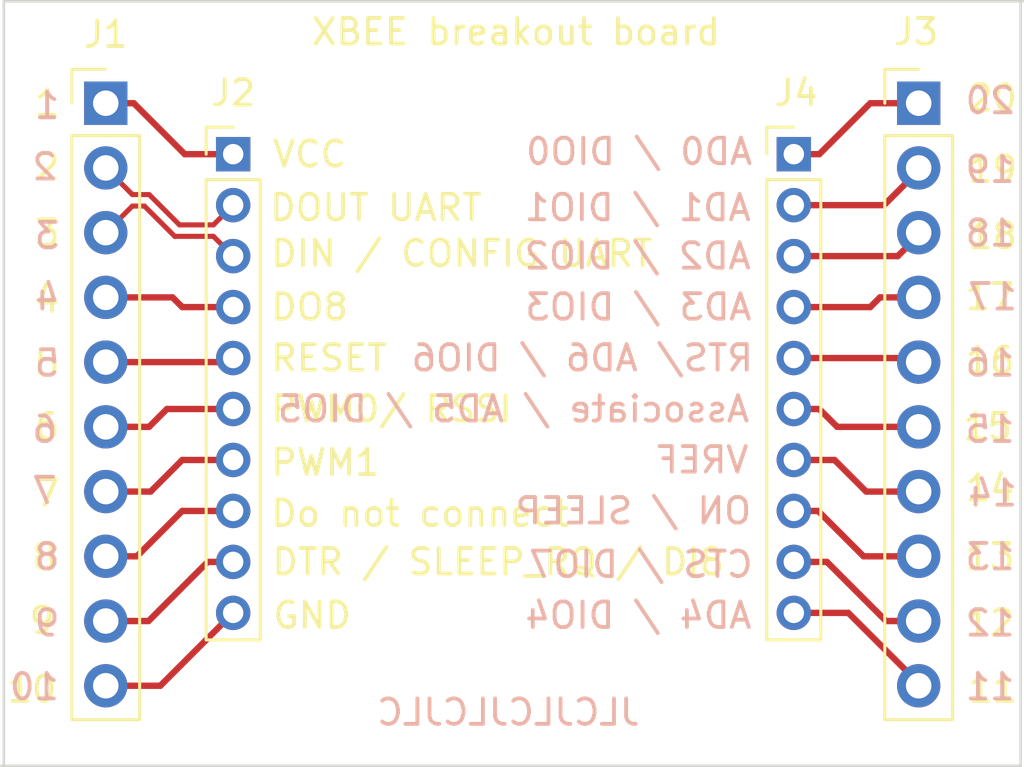
<source format=kicad_pcb>
(kicad_pcb (version 20171130) (host pcbnew "(5.1.0)-1")

  (general
    (thickness 1.6)
    (drawings 66)
    (tracks 58)
    (zones 0)
    (modules 4)
    (nets 21)
  )

  (page A4)
  (layers
    (0 F.Cu signal)
    (31 B.Cu signal)
    (32 B.Adhes user)
    (33 F.Adhes user)
    (34 B.Paste user)
    (35 F.Paste user)
    (36 B.SilkS user)
    (37 F.SilkS user)
    (38 B.Mask user)
    (39 F.Mask user)
    (40 Dwgs.User user)
    (41 Cmts.User user)
    (42 Eco1.User user)
    (43 Eco2.User user)
    (44 Edge.Cuts user)
    (45 Margin user)
    (46 B.CrtYd user)
    (47 F.CrtYd user)
    (48 B.Fab user)
    (49 F.Fab user hide)
  )

  (setup
    (last_trace_width 0.25)
    (trace_clearance 0.2)
    (zone_clearance 0.508)
    (zone_45_only no)
    (trace_min 0.2)
    (via_size 0.8)
    (via_drill 0.4)
    (via_min_size 0.4)
    (via_min_drill 0.3)
    (uvia_size 0.3)
    (uvia_drill 0.1)
    (uvias_allowed no)
    (uvia_min_size 0.2)
    (uvia_min_drill 0.1)
    (edge_width 0.05)
    (segment_width 0.2)
    (pcb_text_width 0.3)
    (pcb_text_size 1.5 1.5)
    (mod_edge_width 0.12)
    (mod_text_size 1 1)
    (mod_text_width 0.15)
    (pad_size 1.524 1.524)
    (pad_drill 0.762)
    (pad_to_mask_clearance 0.051)
    (solder_mask_min_width 0.25)
    (aux_axis_origin 0 0)
    (visible_elements 7FFFFFFF)
    (pcbplotparams
      (layerselection 0x010f0_ffffffff)
      (usegerberextensions false)
      (usegerberattributes false)
      (usegerberadvancedattributes false)
      (creategerberjobfile false)
      (excludeedgelayer true)
      (linewidth 0.100000)
      (plotframeref false)
      (viasonmask false)
      (mode 1)
      (useauxorigin false)
      (hpglpennumber 1)
      (hpglpenspeed 20)
      (hpglpendiameter 15.000000)
      (psnegative false)
      (psa4output false)
      (plotreference true)
      (plotvalue true)
      (plotinvisibletext false)
      (padsonsilk false)
      (subtractmaskfromsilk false)
      (outputformat 1)
      (mirror false)
      (drillshape 0)
      (scaleselection 1)
      (outputdirectory "gerber/"))
  )

  (net 0 "")
  (net 1 "Net-(J1-Pad1)")
  (net 2 "Net-(J1-Pad4)")
  (net 3 "Net-(J1-Pad5)")
  (net 4 "Net-(J1-Pad6)")
  (net 5 "Net-(J1-Pad7)")
  (net 6 "Net-(J1-Pad8)")
  (net 7 "Net-(J1-Pad9)")
  (net 8 "Net-(J1-Pad10)")
  (net 9 "Net-(J3-Pad10)")
  (net 10 "Net-(J3-Pad9)")
  (net 11 "Net-(J3-Pad8)")
  (net 12 "Net-(J3-Pad7)")
  (net 13 "Net-(J3-Pad6)")
  (net 14 "Net-(J3-Pad5)")
  (net 15 "Net-(J3-Pad4)")
  (net 16 "Net-(J3-Pad3)")
  (net 17 "Net-(J3-Pad2)")
  (net 18 "Net-(J3-Pad1)")
  (net 19 /D+)
  (net 20 /D-)

  (net_class Default "Dies ist die voreingestellte Netzklasse."
    (clearance 0.2)
    (trace_width 0.25)
    (via_dia 0.8)
    (via_drill 0.4)
    (uvia_dia 0.3)
    (uvia_drill 0.1)
    (add_net /D+)
    (add_net /D-)
    (add_net "Net-(J1-Pad1)")
    (add_net "Net-(J1-Pad10)")
    (add_net "Net-(J1-Pad4)")
    (add_net "Net-(J1-Pad5)")
    (add_net "Net-(J1-Pad6)")
    (add_net "Net-(J1-Pad7)")
    (add_net "Net-(J1-Pad8)")
    (add_net "Net-(J1-Pad9)")
    (add_net "Net-(J3-Pad1)")
    (add_net "Net-(J3-Pad10)")
    (add_net "Net-(J3-Pad2)")
    (add_net "Net-(J3-Pad3)")
    (add_net "Net-(J3-Pad4)")
    (add_net "Net-(J3-Pad5)")
    (add_net "Net-(J3-Pad6)")
    (add_net "Net-(J3-Pad7)")
    (add_net "Net-(J3-Pad8)")
    (add_net "Net-(J3-Pad9)")
  )

  (module Connector_PinHeader_2.00mm:PinHeader_1x10_P2.00mm_Vertical (layer F.Cu) (tedit 59FED667) (tstamp 5E2A04D6)
    (at 140 61)
    (descr "Through hole straight pin header, 1x10, 2.00mm pitch, single row")
    (tags "Through hole pin header THT 1x10 2.00mm single row")
    (path /5E29C4FE)
    (fp_text reference J4 (at 0.1 -2.4) (layer F.SilkS)
      (effects (font (size 1 1) (thickness 0.15)))
    )
    (fp_text value Conn_01x10_Female (at -2.6 6.7 90) (layer F.Fab)
      (effects (font (size 1 1) (thickness 0.15)))
    )
    (fp_text user %R (at 0 9 90) (layer F.Fab)
      (effects (font (size 1 1) (thickness 0.15)))
    )
    (fp_line (start 1.5 -1.5) (end -1.5 -1.5) (layer F.CrtYd) (width 0.05))
    (fp_line (start 1.5 19.5) (end 1.5 -1.5) (layer F.CrtYd) (width 0.05))
    (fp_line (start -1.5 19.5) (end 1.5 19.5) (layer F.CrtYd) (width 0.05))
    (fp_line (start -1.5 -1.5) (end -1.5 19.5) (layer F.CrtYd) (width 0.05))
    (fp_line (start -1.06 -1.06) (end 0 -1.06) (layer F.SilkS) (width 0.12))
    (fp_line (start -1.06 0) (end -1.06 -1.06) (layer F.SilkS) (width 0.12))
    (fp_line (start -1.06 1) (end 1.06 1) (layer F.SilkS) (width 0.12))
    (fp_line (start 1.06 1) (end 1.06 19.06) (layer F.SilkS) (width 0.12))
    (fp_line (start -1.06 1) (end -1.06 19.06) (layer F.SilkS) (width 0.12))
    (fp_line (start -1.06 19.06) (end 1.06 19.06) (layer F.SilkS) (width 0.12))
    (fp_line (start -1 -0.5) (end -0.5 -1) (layer F.Fab) (width 0.1))
    (fp_line (start -1 19) (end -1 -0.5) (layer F.Fab) (width 0.1))
    (fp_line (start 1 19) (end -1 19) (layer F.Fab) (width 0.1))
    (fp_line (start 1 -1) (end 1 19) (layer F.Fab) (width 0.1))
    (fp_line (start -0.5 -1) (end 1 -1) (layer F.Fab) (width 0.1))
    (pad 10 thru_hole oval (at 0 18) (size 1.35 1.35) (drill 0.8) (layers *.Cu *.Mask)
      (net 9 "Net-(J3-Pad10)"))
    (pad 9 thru_hole oval (at 0 16) (size 1.35 1.35) (drill 0.8) (layers *.Cu *.Mask)
      (net 10 "Net-(J3-Pad9)"))
    (pad 8 thru_hole oval (at 0 14) (size 1.35 1.35) (drill 0.8) (layers *.Cu *.Mask)
      (net 11 "Net-(J3-Pad8)"))
    (pad 7 thru_hole oval (at 0 12) (size 1.35 1.35) (drill 0.8) (layers *.Cu *.Mask)
      (net 12 "Net-(J3-Pad7)"))
    (pad 6 thru_hole oval (at 0 10) (size 1.35 1.35) (drill 0.8) (layers *.Cu *.Mask)
      (net 13 "Net-(J3-Pad6)"))
    (pad 5 thru_hole oval (at 0 8) (size 1.35 1.35) (drill 0.8) (layers *.Cu *.Mask)
      (net 14 "Net-(J3-Pad5)"))
    (pad 4 thru_hole oval (at 0 6) (size 1.35 1.35) (drill 0.8) (layers *.Cu *.Mask)
      (net 15 "Net-(J3-Pad4)"))
    (pad 3 thru_hole oval (at 0 4) (size 1.35 1.35) (drill 0.8) (layers *.Cu *.Mask)
      (net 16 "Net-(J3-Pad3)"))
    (pad 2 thru_hole oval (at 0 2) (size 1.35 1.35) (drill 0.8) (layers *.Cu *.Mask)
      (net 17 "Net-(J3-Pad2)"))
    (pad 1 thru_hole rect (at 0 0) (size 1.35 1.35) (drill 0.8) (layers *.Cu *.Mask)
      (net 18 "Net-(J3-Pad1)"))
    (model ${KISYS3DMOD}/Connector_PinHeader_2.00mm.3dshapes/PinHeader_1x10_P2.00mm_Vertical.wrl
      (at (xyz 0 0 0))
      (scale (xyz 1 1 1))
      (rotate (xyz 0 0 0))
    )
  )

  (module Connector_PinHeader_2.54mm:PinHeader_1x10_P2.54mm_Vertical (layer F.Cu) (tedit 59FED5CC) (tstamp 5E2A04B8)
    (at 144.9 59)
    (descr "Through hole straight pin header, 1x10, 2.54mm pitch, single row")
    (tags "Through hole pin header THT 1x10 2.54mm single row")
    (path /5E29F015)
    (fp_text reference J3 (at -0.1 -2.8) (layer F.SilkS)
      (effects (font (size 1 1) (thickness 0.15)))
    )
    (fp_text value Conn_01x10_Male (at -8 -2.8) (layer F.Fab)
      (effects (font (size 1 1) (thickness 0.15)))
    )
    (fp_text user %R (at 0 11.43 90) (layer F.Fab)
      (effects (font (size 1 1) (thickness 0.15)))
    )
    (fp_line (start 1.8 -1.8) (end -1.8 -1.8) (layer F.CrtYd) (width 0.05))
    (fp_line (start 1.8 24.65) (end 1.8 -1.8) (layer F.CrtYd) (width 0.05))
    (fp_line (start -1.8 24.65) (end 1.8 24.65) (layer F.CrtYd) (width 0.05))
    (fp_line (start -1.8 -1.8) (end -1.8 24.65) (layer F.CrtYd) (width 0.05))
    (fp_line (start -1.33 -1.33) (end 0 -1.33) (layer F.SilkS) (width 0.12))
    (fp_line (start -1.33 0) (end -1.33 -1.33) (layer F.SilkS) (width 0.12))
    (fp_line (start -1.33 1.27) (end 1.33 1.27) (layer F.SilkS) (width 0.12))
    (fp_line (start 1.33 1.27) (end 1.33 24.19) (layer F.SilkS) (width 0.12))
    (fp_line (start -1.33 1.27) (end -1.33 24.19) (layer F.SilkS) (width 0.12))
    (fp_line (start -1.33 24.19) (end 1.33 24.19) (layer F.SilkS) (width 0.12))
    (fp_line (start -1.27 -0.635) (end -0.635 -1.27) (layer F.Fab) (width 0.1))
    (fp_line (start -1.27 24.13) (end -1.27 -0.635) (layer F.Fab) (width 0.1))
    (fp_line (start 1.27 24.13) (end -1.27 24.13) (layer F.Fab) (width 0.1))
    (fp_line (start 1.27 -1.27) (end 1.27 24.13) (layer F.Fab) (width 0.1))
    (fp_line (start -0.635 -1.27) (end 1.27 -1.27) (layer F.Fab) (width 0.1))
    (pad 10 thru_hole oval (at 0 22.86) (size 1.7 1.7) (drill 1) (layers *.Cu *.Mask)
      (net 9 "Net-(J3-Pad10)"))
    (pad 9 thru_hole oval (at 0 20.32) (size 1.7 1.7) (drill 1) (layers *.Cu *.Mask)
      (net 10 "Net-(J3-Pad9)"))
    (pad 8 thru_hole oval (at 0 17.78) (size 1.7 1.7) (drill 1) (layers *.Cu *.Mask)
      (net 11 "Net-(J3-Pad8)"))
    (pad 7 thru_hole oval (at 0 15.24) (size 1.7 1.7) (drill 1) (layers *.Cu *.Mask)
      (net 12 "Net-(J3-Pad7)"))
    (pad 6 thru_hole oval (at 0 12.7) (size 1.7 1.7) (drill 1) (layers *.Cu *.Mask)
      (net 13 "Net-(J3-Pad6)"))
    (pad 5 thru_hole oval (at 0 10.16) (size 1.7 1.7) (drill 1) (layers *.Cu *.Mask)
      (net 14 "Net-(J3-Pad5)"))
    (pad 4 thru_hole oval (at 0 7.62) (size 1.7 1.7) (drill 1) (layers *.Cu *.Mask)
      (net 15 "Net-(J3-Pad4)"))
    (pad 3 thru_hole oval (at 0 5.08) (size 1.7 1.7) (drill 1) (layers *.Cu *.Mask)
      (net 16 "Net-(J3-Pad3)"))
    (pad 2 thru_hole oval (at 0 2.54) (size 1.7 1.7) (drill 1) (layers *.Cu *.Mask)
      (net 17 "Net-(J3-Pad2)"))
    (pad 1 thru_hole rect (at 0 0) (size 1.7 1.7) (drill 1) (layers *.Cu *.Mask)
      (net 18 "Net-(J3-Pad1)"))
    (model ${KISYS3DMOD}/Connector_PinHeader_2.54mm.3dshapes/PinHeader_1x10_P2.54mm_Vertical.wrl
      (at (xyz 0 0 0))
      (scale (xyz 1 1 1))
      (rotate (xyz 0 0 0))
    )
  )

  (module Connector_PinHeader_2.54mm:PinHeader_1x10_P2.54mm_Vertical (layer F.Cu) (tedit 59FED5CC) (tstamp 5E2A047C)
    (at 113 59)
    (descr "Through hole straight pin header, 1x10, 2.54mm pitch, single row")
    (tags "Through hole pin header THT 1x10 2.54mm single row")
    (path /5E29DC02)
    (fp_text reference J1 (at 0 -2.7) (layer F.SilkS)
      (effects (font (size 1 1) (thickness 0.15)))
    )
    (fp_text value Conn_01x10_Male (at 9.1 -2.9) (layer F.Fab)
      (effects (font (size 1 1) (thickness 0.15)))
    )
    (fp_line (start -0.635 -1.27) (end 1.27 -1.27) (layer F.Fab) (width 0.1))
    (fp_line (start 1.27 -1.27) (end 1.27 24.13) (layer F.Fab) (width 0.1))
    (fp_line (start 1.27 24.13) (end -1.27 24.13) (layer F.Fab) (width 0.1))
    (fp_line (start -1.27 24.13) (end -1.27 -0.635) (layer F.Fab) (width 0.1))
    (fp_line (start -1.27 -0.635) (end -0.635 -1.27) (layer F.Fab) (width 0.1))
    (fp_line (start -1.33 24.19) (end 1.33 24.19) (layer F.SilkS) (width 0.12))
    (fp_line (start -1.33 1.27) (end -1.33 24.19) (layer F.SilkS) (width 0.12))
    (fp_line (start 1.33 1.27) (end 1.33 24.19) (layer F.SilkS) (width 0.12))
    (fp_line (start -1.33 1.27) (end 1.33 1.27) (layer F.SilkS) (width 0.12))
    (fp_line (start -1.33 0) (end -1.33 -1.33) (layer F.SilkS) (width 0.12))
    (fp_line (start -1.33 -1.33) (end 0 -1.33) (layer F.SilkS) (width 0.12))
    (fp_line (start -1.8 -1.8) (end -1.8 24.65) (layer F.CrtYd) (width 0.05))
    (fp_line (start -1.8 24.65) (end 1.8 24.65) (layer F.CrtYd) (width 0.05))
    (fp_line (start 1.8 24.65) (end 1.8 -1.8) (layer F.CrtYd) (width 0.05))
    (fp_line (start 1.8 -1.8) (end -1.8 -1.8) (layer F.CrtYd) (width 0.05))
    (fp_text user %R (at 0 11.43 90) (layer F.Fab)
      (effects (font (size 1 1) (thickness 0.15)))
    )
    (pad 1 thru_hole rect (at 0 0) (size 1.7 1.7) (drill 1) (layers *.Cu *.Mask)
      (net 1 "Net-(J1-Pad1)"))
    (pad 2 thru_hole oval (at 0 2.54) (size 1.7 1.7) (drill 1) (layers *.Cu *.Mask)
      (net 19 /D+))
    (pad 3 thru_hole oval (at 0 5.08) (size 1.7 1.7) (drill 1) (layers *.Cu *.Mask)
      (net 20 /D-))
    (pad 4 thru_hole oval (at 0 7.62) (size 1.7 1.7) (drill 1) (layers *.Cu *.Mask)
      (net 2 "Net-(J1-Pad4)"))
    (pad 5 thru_hole oval (at 0 10.16) (size 1.7 1.7) (drill 1) (layers *.Cu *.Mask)
      (net 3 "Net-(J1-Pad5)"))
    (pad 6 thru_hole oval (at 0 12.7) (size 1.7 1.7) (drill 1) (layers *.Cu *.Mask)
      (net 4 "Net-(J1-Pad6)"))
    (pad 7 thru_hole oval (at 0 15.24) (size 1.7 1.7) (drill 1) (layers *.Cu *.Mask)
      (net 5 "Net-(J1-Pad7)"))
    (pad 8 thru_hole oval (at 0 17.78) (size 1.7 1.7) (drill 1) (layers *.Cu *.Mask)
      (net 6 "Net-(J1-Pad8)"))
    (pad 9 thru_hole oval (at 0 20.32) (size 1.7 1.7) (drill 1) (layers *.Cu *.Mask)
      (net 7 "Net-(J1-Pad9)"))
    (pad 10 thru_hole oval (at 0 22.86) (size 1.7 1.7) (drill 1) (layers *.Cu *.Mask)
      (net 8 "Net-(J1-Pad10)"))
    (model ${KISYS3DMOD}/Connector_PinHeader_2.54mm.3dshapes/PinHeader_1x10_P2.54mm_Vertical.wrl
      (at (xyz 0 0 0))
      (scale (xyz 1 1 1))
      (rotate (xyz 0 0 0))
    )
  )

  (module Connector_PinHeader_2.00mm:PinHeader_1x10_P2.00mm_Vertical (layer F.Cu) (tedit 59FED667) (tstamp 5E2A049A)
    (at 118 61)
    (descr "Through hole straight pin header, 1x10, 2.00mm pitch, single row")
    (tags "Through hole pin header THT 1x10 2.00mm single row")
    (path /5E29B108)
    (fp_text reference J2 (at 0 -2.4) (layer F.SilkS)
      (effects (font (size 1 1) (thickness 0.15)))
    )
    (fp_text value Conn_01x10_Female (at 2.6 6.8 90) (layer F.Fab)
      (effects (font (size 1 1) (thickness 0.15)))
    )
    (fp_line (start -0.5 -1) (end 1 -1) (layer F.Fab) (width 0.1))
    (fp_line (start 1 -1) (end 1 19) (layer F.Fab) (width 0.1))
    (fp_line (start 1 19) (end -1 19) (layer F.Fab) (width 0.1))
    (fp_line (start -1 19) (end -1 -0.5) (layer F.Fab) (width 0.1))
    (fp_line (start -1 -0.5) (end -0.5 -1) (layer F.Fab) (width 0.1))
    (fp_line (start -1.06 19.06) (end 1.06 19.06) (layer F.SilkS) (width 0.12))
    (fp_line (start -1.06 1) (end -1.06 19.06) (layer F.SilkS) (width 0.12))
    (fp_line (start 1.06 1) (end 1.06 19.06) (layer F.SilkS) (width 0.12))
    (fp_line (start -1.06 1) (end 1.06 1) (layer F.SilkS) (width 0.12))
    (fp_line (start -1.06 0) (end -1.06 -1.06) (layer F.SilkS) (width 0.12))
    (fp_line (start -1.06 -1.06) (end 0 -1.06) (layer F.SilkS) (width 0.12))
    (fp_line (start -1.5 -1.5) (end -1.5 19.5) (layer F.CrtYd) (width 0.05))
    (fp_line (start -1.5 19.5) (end 1.5 19.5) (layer F.CrtYd) (width 0.05))
    (fp_line (start 1.5 19.5) (end 1.5 -1.5) (layer F.CrtYd) (width 0.05))
    (fp_line (start 1.5 -1.5) (end -1.5 -1.5) (layer F.CrtYd) (width 0.05))
    (fp_text user %R (at 0 9 90) (layer F.Fab)
      (effects (font (size 1 1) (thickness 0.15)))
    )
    (pad 1 thru_hole rect (at 0 0) (size 1.35 1.35) (drill 0.8) (layers *.Cu *.Mask)
      (net 1 "Net-(J1-Pad1)"))
    (pad 2 thru_hole oval (at 0 2) (size 1.35 1.35) (drill 0.8) (layers *.Cu *.Mask)
      (net 19 /D+))
    (pad 3 thru_hole oval (at 0 4) (size 1.35 1.35) (drill 0.8) (layers *.Cu *.Mask)
      (net 20 /D-))
    (pad 4 thru_hole oval (at 0 6) (size 1.35 1.35) (drill 0.8) (layers *.Cu *.Mask)
      (net 2 "Net-(J1-Pad4)"))
    (pad 5 thru_hole oval (at 0 8) (size 1.35 1.35) (drill 0.8) (layers *.Cu *.Mask)
      (net 3 "Net-(J1-Pad5)"))
    (pad 6 thru_hole oval (at 0 10) (size 1.35 1.35) (drill 0.8) (layers *.Cu *.Mask)
      (net 4 "Net-(J1-Pad6)"))
    (pad 7 thru_hole oval (at 0 12) (size 1.35 1.35) (drill 0.8) (layers *.Cu *.Mask)
      (net 5 "Net-(J1-Pad7)"))
    (pad 8 thru_hole oval (at 0 14) (size 1.35 1.35) (drill 0.8) (layers *.Cu *.Mask)
      (net 6 "Net-(J1-Pad8)"))
    (pad 9 thru_hole oval (at 0 16) (size 1.35 1.35) (drill 0.8) (layers *.Cu *.Mask)
      (net 7 "Net-(J1-Pad9)"))
    (pad 10 thru_hole oval (at 0 18) (size 1.35 1.35) (drill 0.8) (layers *.Cu *.Mask)
      (net 8 "Net-(J1-Pad10)"))
    (model ${KISYS3DMOD}/Connector_PinHeader_2.00mm.3dshapes/PinHeader_1x10_P2.00mm_Vertical.wrl
      (at (xyz 0 0 0))
      (scale (xyz 1 1 1))
      (rotate (xyz 0 0 0))
    )
  )

  (gr_text "XBEE breakout board" (at 129.1 56.2) (layer F.SilkS)
    (effects (font (size 1 1) (thickness 0.15)))
  )
  (gr_text 11 (at 147.7 81.9) (layer B.SilkS)
    (effects (font (size 1 1) (thickness 0.15)) (justify mirror))
  )
  (gr_text 12 (at 147.7 79.4) (layer B.SilkS)
    (effects (font (size 1 1) (thickness 0.15)) (justify mirror))
  )
  (gr_text 13 (at 147.7 76.8) (layer B.SilkS)
    (effects (font (size 1 1) (thickness 0.15)) (justify mirror))
  )
  (gr_text 14 (at 147.8 74.3) (layer B.SilkS)
    (effects (font (size 1 1) (thickness 0.15)) (justify mirror))
  )
  (gr_text 15 (at 147.7 71.8) (layer B.SilkS)
    (effects (font (size 1 1) (thickness 0.15)) (justify mirror))
  )
  (gr_text 16 (at 147.7 69.2) (layer B.SilkS)
    (effects (font (size 1 1) (thickness 0.15)) (justify mirror))
  )
  (gr_text 17 (at 147.8 66.6) (layer B.SilkS)
    (effects (font (size 1 1) (thickness 0.15)) (justify mirror))
  )
  (gr_text 18 (at 147.7 64.1) (layer B.SilkS)
    (effects (font (size 1 1) (thickness 0.15)) (justify mirror))
  )
  (gr_text 19 (at 147.7 61.6) (layer B.SilkS)
    (effects (font (size 1 1) (thickness 0.15)) (justify mirror))
  )
  (gr_text 20 (at 147.7 58.9) (layer B.SilkS)
    (effects (font (size 1 1) (thickness 0.15)) (justify mirror))
  )
  (gr_text 10 (at 110.2 81.9) (layer B.SilkS)
    (effects (font (size 1 1) (thickness 0.15)) (justify mirror))
  )
  (gr_text 9 (at 110.7 79.4) (layer B.SilkS)
    (effects (font (size 1 1) (thickness 0.15)) (justify mirror))
  )
  (gr_text 8 (at 110.7 76.8) (layer B.SilkS)
    (effects (font (size 1 1) (thickness 0.15)) (justify mirror))
  )
  (gr_text 7 (at 110.6 74.2) (layer B.SilkS)
    (effects (font (size 1 1) (thickness 0.15)) (justify mirror))
  )
  (gr_text 6 (at 110.6 71.8) (layer B.SilkS)
    (effects (font (size 1 1) (thickness 0.15)) (justify mirror))
  )
  (gr_text 5 (at 110.7 69.2) (layer B.SilkS)
    (effects (font (size 1 1) (thickness 0.15)) (justify mirror))
  )
  (gr_text 4 (at 110.7 66.6) (layer B.SilkS)
    (effects (font (size 1 1) (thickness 0.15)) (justify mirror))
  )
  (gr_text 3 (at 110.7 64.2) (layer B.SilkS)
    (effects (font (size 1 1) (thickness 0.15)) (justify mirror))
  )
  (gr_text 2 (at 110.6 61.5) (layer B.SilkS)
    (effects (font (size 1 1) (thickness 0.15)) (justify mirror))
  )
  (gr_text 1 (at 110.7 59.1) (layer B.SilkS)
    (effects (font (size 1 1) (thickness 0.15)) (justify mirror))
  )
  (gr_text "AD4 / DIO4" (at 133.9 79.1) (layer B.SilkS)
    (effects (font (size 1 1) (thickness 0.15)) (justify mirror))
  )
  (gr_text "CTS / DIO7" (at 134 77.1) (layer B.SilkS)
    (effects (font (size 1 1) (thickness 0.15)) (justify mirror))
  )
  (gr_text "ON / SLEEP" (at 133.7 75) (layer B.SilkS)
    (effects (font (size 1 1) (thickness 0.15)) (justify mirror))
  )
  (gr_text VREF (at 136.4 73) (layer B.SilkS)
    (effects (font (size 1 1) (thickness 0.15)) (justify mirror))
  )
  (gr_text "Associate / AD5 / DIO5" (at 129 71) (layer B.SilkS)
    (effects (font (size 1 1) (thickness 0.15)) (justify mirror))
  )
  (gr_text "RTS/ AD6 / DIO6" (at 131.7 69) (layer B.SilkS)
    (effects (font (size 1 1) (thickness 0.15)) (justify mirror))
  )
  (gr_text "AD3 / DIO3" (at 133.9 67) (layer B.SilkS)
    (effects (font (size 1 1) (thickness 0.15)) (justify mirror))
  )
  (gr_text "AD2 / DIO2" (at 138.4 65) (layer B.SilkS)
    (effects (font (size 1 1) (thickness 0.15)) (justify left mirror))
  )
  (gr_text "AD1 / DIO1" (at 138.4 63.1) (layer B.SilkS)
    (effects (font (size 1 1) (thickness 0.15)) (justify left mirror))
  )
  (gr_text "AD0 / DIO0" (at 129.4 60.9) (layer B.SilkS)
    (effects (font (size 1 1) (thickness 0.15)) (justify right mirror))
  )
  (gr_text GND (at 121.1 79.1) (layer F.SilkS)
    (effects (font (size 1 1) (thickness 0.15)))
  )
  (gr_text "DTR / SLEEP_RQ / DI8" (at 128.4 77) (layer F.SilkS)
    (effects (font (size 1 1) (thickness 0.15)))
  )
  (gr_text "Do not connect" (at 119.4 75.1) (layer F.SilkS)
    (effects (font (size 1 1) (thickness 0.15)) (justify left))
  )
  (gr_text PWM1 (at 119.4 73.1) (layer F.SilkS)
    (effects (font (size 1 1) (thickness 0.15)) (justify left))
  )
  (gr_text "PWM0/ RSSI" (at 119.4 71) (layer F.SilkS)
    (effects (font (size 1 1) (thickness 0.15)) (justify left))
  )
  (gr_text RESET (at 119.4 69) (layer F.SilkS)
    (effects (font (size 1 1) (thickness 0.15)) (justify left))
  )
  (gr_text DO8 (at 119.4 67) (layer F.SilkS)
    (effects (font (size 1 1) (thickness 0.15)) (justify left))
  )
  (gr_text "DIN / CONFIG UART" (at 119.4 64.9) (layer F.SilkS)
    (effects (font (size 1 1) (thickness 0.15)) (justify left))
  )
  (gr_text "DOUT UART" (at 123.6 63.1) (layer F.SilkS)
    (effects (font (size 1 1) (thickness 0.15)))
  )
  (gr_text VCC (at 121 61) (layer F.SilkS)
    (effects (font (size 1 1) (thickness 0.15)))
  )
  (gr_text JLCJLCJLCJLC (at 128.8 82.9) (layer B.SilkS)
    (effects (font (size 1 1) (thickness 0.15)) (justify mirror))
  )
  (gr_text 1 (at 110.7 59) (layer F.SilkS)
    (effects (font (size 1 1) (thickness 0.15)))
  )
  (gr_text 2 (at 110.7 61.5) (layer F.SilkS)
    (effects (font (size 1 1) (thickness 0.15)))
  )
  (gr_text 3 (at 110.7 64.1) (layer F.SilkS)
    (effects (font (size 1 1) (thickness 0.15)))
  )
  (gr_text 4 (at 110.7 66.7) (layer F.SilkS)
    (effects (font (size 1 1) (thickness 0.15)))
  )
  (gr_text 5 (at 110.7 69.2) (layer F.SilkS)
    (effects (font (size 1 1) (thickness 0.15)))
  )
  (gr_text 6 (at 110.7 71.7) (layer F.SilkS)
    (effects (font (size 1 1) (thickness 0.15)))
  )
  (gr_text 7 (at 110.7 74.3) (layer F.SilkS)
    (effects (font (size 1 1) (thickness 0.15)))
  )
  (gr_text 8 (at 110.6 76.8) (layer F.SilkS)
    (effects (font (size 1 1) (thickness 0.15)))
  )
  (gr_text 9 (at 110.5 79.3) (layer F.SilkS)
    (effects (font (size 1 1) (thickness 0.15)))
  )
  (gr_text 10 (at 110.1 82) (layer F.SilkS)
    (effects (font (size 1 1) (thickness 0.15)))
  )
  (gr_text 11 (at 147.8 82) (layer F.SilkS)
    (effects (font (size 1 1) (thickness 0.15)))
  )
  (gr_text 12 (at 147.7 79.4) (layer F.SilkS)
    (effects (font (size 1 1) (thickness 0.15)))
  )
  (gr_text 13 (at 147.7 76.8) (layer F.SilkS)
    (effects (font (size 1 1) (thickness 0.15)))
  )
  (gr_text 14 (at 147.7 74.1) (layer F.SilkS)
    (effects (font (size 1 1) (thickness 0.15)))
  )
  (gr_text 15 (at 147.6 71.7) (layer F.SilkS)
    (effects (font (size 1 1) (thickness 0.15)))
  )
  (gr_text 16 (at 147.7 69.1) (layer F.SilkS)
    (effects (font (size 1 1) (thickness 0.15)))
  )
  (gr_text 17 (at 147.7 66.6) (layer F.SilkS)
    (effects (font (size 1 1) (thickness 0.15)))
  )
  (gr_text 18 (at 147.8 64.2) (layer F.SilkS)
    (effects (font (size 1 1) (thickness 0.15)))
  )
  (gr_text 19 (at 147.8 61.6) (layer F.SilkS)
    (effects (font (size 1 1) (thickness 0.15)))
  )
  (gr_text 20 (at 147.8 58.8) (layer F.SilkS)
    (effects (font (size 1 1) (thickness 0.15)))
  )
  (gr_line (start 109 55) (end 149 55) (layer Edge.Cuts) (width 0.1))
  (gr_line (start 109 85) (end 109 55) (layer Edge.Cuts) (width 0.1))
  (gr_line (start 148.9 85) (end 108.9 85) (layer Edge.Cuts) (width 0.1))
  (gr_line (start 148.9 55) (end 148.9 85) (layer Edge.Cuts) (width 0.1))

  (segment (start 116.1 61) (end 118 61) (width 0.25) (layer F.Cu) (net 1))
  (segment (start 113 59) (end 114.1 59) (width 0.25) (layer F.Cu) (net 1))
  (segment (start 114.1 59) (end 116.1 61) (width 0.25) (layer F.Cu) (net 1))
  (segment (start 113 66.62) (end 115.62 66.62) (width 0.25) (layer F.Cu) (net 2))
  (segment (start 116 67) (end 118 67) (width 0.25) (layer F.Cu) (net 2))
  (segment (start 115.62 66.62) (end 116 67) (width 0.25) (layer F.Cu) (net 2))
  (segment (start 117.84 69.16) (end 118 69) (width 0.25) (layer F.Cu) (net 3))
  (segment (start 113 69.16) (end 117.84 69.16) (width 0.25) (layer F.Cu) (net 3))
  (segment (start 113 71.7) (end 114.7 71.7) (width 0.25) (layer F.Cu) (net 4))
  (segment (start 115.4 71) (end 118 71) (width 0.25) (layer F.Cu) (net 4))
  (segment (start 114.7 71.7) (end 115.4 71) (width 0.25) (layer F.Cu) (net 4))
  (segment (start 113 74.24) (end 114.76 74.24) (width 0.25) (layer F.Cu) (net 5))
  (segment (start 116 73) (end 118 73) (width 0.25) (layer F.Cu) (net 5))
  (segment (start 114.76 74.24) (end 116 73) (width 0.25) (layer F.Cu) (net 5))
  (segment (start 113 76.78) (end 114.22 76.78) (width 0.25) (layer F.Cu) (net 6))
  (segment (start 116 75) (end 118 75) (width 0.25) (layer F.Cu) (net 6))
  (segment (start 114.22 76.78) (end 116 75) (width 0.25) (layer F.Cu) (net 6))
  (segment (start 113 79.32) (end 114.68 79.32) (width 0.25) (layer F.Cu) (net 7))
  (segment (start 117 77) (end 118 77) (width 0.25) (layer F.Cu) (net 7))
  (segment (start 114.68 79.32) (end 117 77) (width 0.25) (layer F.Cu) (net 7))
  (segment (start 113 81.86) (end 115.14 81.86) (width 0.25) (layer F.Cu) (net 8))
  (segment (start 115.14 81.86) (end 118 79) (width 0.25) (layer F.Cu) (net 8))
  (segment (start 142.14 79) (end 145 81.86) (width 0.25) (layer F.Cu) (net 9))
  (segment (start 140 79) (end 142.14 79) (width 0.25) (layer F.Cu) (net 9))
  (segment (start 140 77) (end 141.3 77) (width 0.25) (layer F.Cu) (net 10))
  (segment (start 143.62 79.32) (end 145 79.32) (width 0.25) (layer F.Cu) (net 10))
  (segment (start 141.3 77) (end 143.62 79.32) (width 0.25) (layer F.Cu) (net 10))
  (segment (start 142.734594 76.78) (end 145 76.78) (width 0.25) (layer F.Cu) (net 11))
  (segment (start 140 75) (end 140.954594 75) (width 0.25) (layer F.Cu) (net 11))
  (segment (start 140.954594 75) (end 142.734594 76.78) (width 0.25) (layer F.Cu) (net 11))
  (segment (start 142.84 74.24) (end 145 74.24) (width 0.25) (layer F.Cu) (net 12))
  (segment (start 140 73) (end 141.6 73) (width 0.25) (layer F.Cu) (net 12))
  (segment (start 141.6 73) (end 142.84 74.24) (width 0.25) (layer F.Cu) (net 12))
  (segment (start 140 71) (end 141 71) (width 0.25) (layer F.Cu) (net 13))
  (segment (start 141.7 71.7) (end 145 71.7) (width 0.25) (layer F.Cu) (net 13))
  (segment (start 141 71) (end 141.7 71.7) (width 0.25) (layer F.Cu) (net 13))
  (segment (start 144.84 69) (end 145 69.16) (width 0.25) (layer F.Cu) (net 14))
  (segment (start 140 69) (end 144.84 69) (width 0.25) (layer F.Cu) (net 14))
  (segment (start 140 67) (end 143 67) (width 0.25) (layer F.Cu) (net 15))
  (segment (start 143.38 66.62) (end 145 66.62) (width 0.25) (layer F.Cu) (net 15))
  (segment (start 143 67) (end 143.38 66.62) (width 0.25) (layer F.Cu) (net 15))
  (segment (start 144.08 65) (end 145 64.08) (width 0.25) (layer F.Cu) (net 16))
  (segment (start 140 65) (end 144.08 65) (width 0.25) (layer F.Cu) (net 16))
  (segment (start 143.54 63) (end 145 61.54) (width 0.25) (layer F.Cu) (net 17))
  (segment (start 140 63) (end 143.54 63) (width 0.25) (layer F.Cu) (net 17))
  (segment (start 143 59) (end 145 59) (width 0.25) (layer F.Cu) (net 18))
  (segment (start 140 61) (end 141 61) (width 0.25) (layer F.Cu) (net 18))
  (segment (start 141 61) (end 143 59) (width 0.25) (layer F.Cu) (net 18))
  (segment (start 117.225 63.775) (end 118 63) (width 0.2) (layer F.Cu) (net 19))
  (segment (start 115.8932 63.775) (end 117.225 63.775) (width 0.2) (layer F.Cu) (net 19))
  (segment (start 114.7032 62.585) (end 115.8932 63.775) (width 0.2) (layer F.Cu) (net 19))
  (segment (start 114.045 62.585) (end 114.7032 62.585) (width 0.2) (layer F.Cu) (net 19))
  (segment (start 113 61.54) (end 114.045 62.585) (width 0.2) (layer F.Cu) (net 19))
  (segment (start 117.225 64.225) (end 118 65) (width 0.2) (layer F.Cu) (net 20))
  (segment (start 113 64.08) (end 114.045 63.035) (width 0.2) (layer F.Cu) (net 20))
  (segment (start 114.5168 63.035) (end 115.7068 64.225) (width 0.2) (layer F.Cu) (net 20))
  (segment (start 114.045 63.035) (end 114.5168 63.035) (width 0.2) (layer F.Cu) (net 20))
  (segment (start 115.7068 64.225) (end 117.225 64.225) (width 0.2) (layer F.Cu) (net 20))

)

</source>
